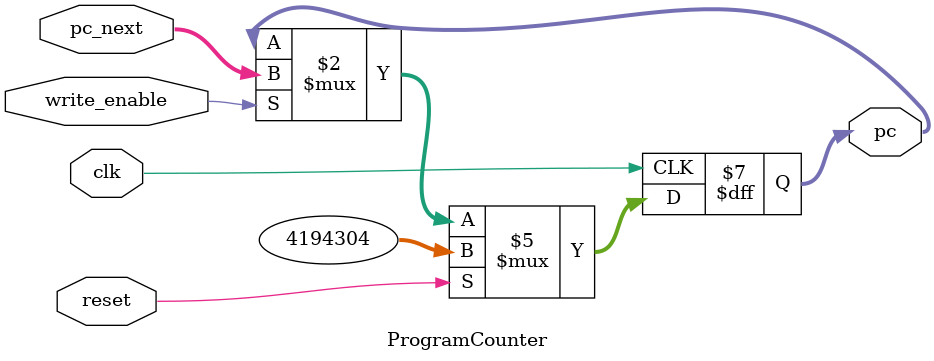
<source format=v>
`timescale  1ns / 1ps

module ProgramCounter (
         clk,
         reset,
         write_enable,
         pc_next,
         pc
       );
input clk, reset, write_enable;
input [31: 0] pc_next;
output reg [31: 0] pc;


always @(posedge clk)
  begin
    if (reset)
      begin
		  pc <= 32'h00400000;
      end
    else
      begin
        if (write_enable)
          pc <= pc_next;
      end
  end

endmodule

</source>
